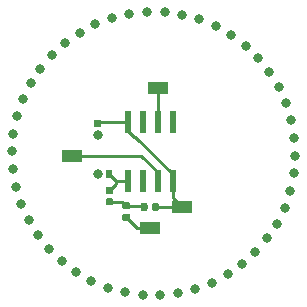
<source format=gtl>
G04 #@! TF.GenerationSoftware,KiCad,Pcbnew,(5.1.2)-2*
G04 #@! TF.CreationDate,2019-08-09T03:14:28-07:00*
G04 #@! TF.ProjectId,noncontact_electrode,6e6f6e63-6f6e-4746-9163-745f656c6563,rev?*
G04 #@! TF.SameCoordinates,Original*
G04 #@! TF.FileFunction,Copper,L1,Top*
G04 #@! TF.FilePolarity,Positive*
%FSLAX46Y46*%
G04 Gerber Fmt 4.6, Leading zero omitted, Abs format (unit mm)*
G04 Created by KiCad (PCBNEW (5.1.2)-2) date 2019-08-09 03:14:28*
%MOMM*%
%LPD*%
G04 APERTURE LIST*
%ADD10C,0.100000*%
%ADD11C,0.590000*%
%ADD12R,0.558800X1.981200*%
%ADD13R,1.800000X1.000000*%
%ADD14C,0.800000*%
%ADD15C,0.250000*%
G04 APERTURE END LIST*
D10*
G36*
X100318958Y-104201710D02*
G01*
X100333276Y-104203834D01*
X100347317Y-104207351D01*
X100360946Y-104212228D01*
X100374031Y-104218417D01*
X100386447Y-104225858D01*
X100398073Y-104234481D01*
X100408798Y-104244202D01*
X100418519Y-104254927D01*
X100427142Y-104266553D01*
X100434583Y-104278969D01*
X100440772Y-104292054D01*
X100445649Y-104305683D01*
X100449166Y-104319724D01*
X100451290Y-104334042D01*
X100452000Y-104348500D01*
X100452000Y-104693500D01*
X100451290Y-104707958D01*
X100449166Y-104722276D01*
X100445649Y-104736317D01*
X100440772Y-104749946D01*
X100434583Y-104763031D01*
X100427142Y-104775447D01*
X100418519Y-104787073D01*
X100408798Y-104797798D01*
X100398073Y-104807519D01*
X100386447Y-104816142D01*
X100374031Y-104823583D01*
X100360946Y-104829772D01*
X100347317Y-104834649D01*
X100333276Y-104838166D01*
X100318958Y-104840290D01*
X100304500Y-104841000D01*
X100009500Y-104841000D01*
X99995042Y-104840290D01*
X99980724Y-104838166D01*
X99966683Y-104834649D01*
X99953054Y-104829772D01*
X99939969Y-104823583D01*
X99927553Y-104816142D01*
X99915927Y-104807519D01*
X99905202Y-104797798D01*
X99895481Y-104787073D01*
X99886858Y-104775447D01*
X99879417Y-104763031D01*
X99873228Y-104749946D01*
X99868351Y-104736317D01*
X99864834Y-104722276D01*
X99862710Y-104707958D01*
X99862000Y-104693500D01*
X99862000Y-104348500D01*
X99862710Y-104334042D01*
X99864834Y-104319724D01*
X99868351Y-104305683D01*
X99873228Y-104292054D01*
X99879417Y-104278969D01*
X99886858Y-104266553D01*
X99895481Y-104254927D01*
X99905202Y-104244202D01*
X99915927Y-104234481D01*
X99927553Y-104225858D01*
X99939969Y-104218417D01*
X99953054Y-104212228D01*
X99966683Y-104207351D01*
X99980724Y-104203834D01*
X99995042Y-104201710D01*
X100009500Y-104201000D01*
X100304500Y-104201000D01*
X100318958Y-104201710D01*
X100318958Y-104201710D01*
G37*
D11*
X100157000Y-104521000D03*
D10*
G36*
X99348958Y-104201710D02*
G01*
X99363276Y-104203834D01*
X99377317Y-104207351D01*
X99390946Y-104212228D01*
X99404031Y-104218417D01*
X99416447Y-104225858D01*
X99428073Y-104234481D01*
X99438798Y-104244202D01*
X99448519Y-104254927D01*
X99457142Y-104266553D01*
X99464583Y-104278969D01*
X99470772Y-104292054D01*
X99475649Y-104305683D01*
X99479166Y-104319724D01*
X99481290Y-104334042D01*
X99482000Y-104348500D01*
X99482000Y-104693500D01*
X99481290Y-104707958D01*
X99479166Y-104722276D01*
X99475649Y-104736317D01*
X99470772Y-104749946D01*
X99464583Y-104763031D01*
X99457142Y-104775447D01*
X99448519Y-104787073D01*
X99438798Y-104797798D01*
X99428073Y-104807519D01*
X99416447Y-104816142D01*
X99404031Y-104823583D01*
X99390946Y-104829772D01*
X99377317Y-104834649D01*
X99363276Y-104838166D01*
X99348958Y-104840290D01*
X99334500Y-104841000D01*
X99039500Y-104841000D01*
X99025042Y-104840290D01*
X99010724Y-104838166D01*
X98996683Y-104834649D01*
X98983054Y-104829772D01*
X98969969Y-104823583D01*
X98957553Y-104816142D01*
X98945927Y-104807519D01*
X98935202Y-104797798D01*
X98925481Y-104787073D01*
X98916858Y-104775447D01*
X98909417Y-104763031D01*
X98903228Y-104749946D01*
X98898351Y-104736317D01*
X98894834Y-104722276D01*
X98892710Y-104707958D01*
X98892000Y-104693500D01*
X98892000Y-104348500D01*
X98892710Y-104334042D01*
X98894834Y-104319724D01*
X98898351Y-104305683D01*
X98903228Y-104292054D01*
X98909417Y-104278969D01*
X98916858Y-104266553D01*
X98925481Y-104254927D01*
X98935202Y-104244202D01*
X98945927Y-104234481D01*
X98957553Y-104225858D01*
X98969969Y-104218417D01*
X98983054Y-104212228D01*
X98996683Y-104207351D01*
X99010724Y-104203834D01*
X99025042Y-104201710D01*
X99039500Y-104201000D01*
X99334500Y-104201000D01*
X99348958Y-104201710D01*
X99348958Y-104201710D01*
G37*
D11*
X99187000Y-104521000D03*
D12*
X97790000Y-97358200D03*
X99060000Y-97358200D03*
X100330000Y-97358200D03*
X101600000Y-97358200D03*
X101600000Y-102285800D03*
X100330000Y-102285800D03*
X99060000Y-102285800D03*
X97790000Y-102285800D03*
D13*
X93091000Y-100203000D03*
X100330000Y-94488000D03*
D10*
G36*
X97849958Y-105092710D02*
G01*
X97864276Y-105094834D01*
X97878317Y-105098351D01*
X97891946Y-105103228D01*
X97905031Y-105109417D01*
X97917447Y-105116858D01*
X97929073Y-105125481D01*
X97939798Y-105135202D01*
X97949519Y-105145927D01*
X97958142Y-105157553D01*
X97965583Y-105169969D01*
X97971772Y-105183054D01*
X97976649Y-105196683D01*
X97980166Y-105210724D01*
X97982290Y-105225042D01*
X97983000Y-105239500D01*
X97983000Y-105534500D01*
X97982290Y-105548958D01*
X97980166Y-105563276D01*
X97976649Y-105577317D01*
X97971772Y-105590946D01*
X97965583Y-105604031D01*
X97958142Y-105616447D01*
X97949519Y-105628073D01*
X97939798Y-105638798D01*
X97929073Y-105648519D01*
X97917447Y-105657142D01*
X97905031Y-105664583D01*
X97891946Y-105670772D01*
X97878317Y-105675649D01*
X97864276Y-105679166D01*
X97849958Y-105681290D01*
X97835500Y-105682000D01*
X97490500Y-105682000D01*
X97476042Y-105681290D01*
X97461724Y-105679166D01*
X97447683Y-105675649D01*
X97434054Y-105670772D01*
X97420969Y-105664583D01*
X97408553Y-105657142D01*
X97396927Y-105648519D01*
X97386202Y-105638798D01*
X97376481Y-105628073D01*
X97367858Y-105616447D01*
X97360417Y-105604031D01*
X97354228Y-105590946D01*
X97349351Y-105577317D01*
X97345834Y-105563276D01*
X97343710Y-105548958D01*
X97343000Y-105534500D01*
X97343000Y-105239500D01*
X97343710Y-105225042D01*
X97345834Y-105210724D01*
X97349351Y-105196683D01*
X97354228Y-105183054D01*
X97360417Y-105169969D01*
X97367858Y-105157553D01*
X97376481Y-105145927D01*
X97386202Y-105135202D01*
X97396927Y-105125481D01*
X97408553Y-105116858D01*
X97420969Y-105109417D01*
X97434054Y-105103228D01*
X97447683Y-105098351D01*
X97461724Y-105094834D01*
X97476042Y-105092710D01*
X97490500Y-105092000D01*
X97835500Y-105092000D01*
X97849958Y-105092710D01*
X97849958Y-105092710D01*
G37*
D11*
X97663000Y-105387000D03*
D10*
G36*
X97849958Y-104122710D02*
G01*
X97864276Y-104124834D01*
X97878317Y-104128351D01*
X97891946Y-104133228D01*
X97905031Y-104139417D01*
X97917447Y-104146858D01*
X97929073Y-104155481D01*
X97939798Y-104165202D01*
X97949519Y-104175927D01*
X97958142Y-104187553D01*
X97965583Y-104199969D01*
X97971772Y-104213054D01*
X97976649Y-104226683D01*
X97980166Y-104240724D01*
X97982290Y-104255042D01*
X97983000Y-104269500D01*
X97983000Y-104564500D01*
X97982290Y-104578958D01*
X97980166Y-104593276D01*
X97976649Y-104607317D01*
X97971772Y-104620946D01*
X97965583Y-104634031D01*
X97958142Y-104646447D01*
X97949519Y-104658073D01*
X97939798Y-104668798D01*
X97929073Y-104678519D01*
X97917447Y-104687142D01*
X97905031Y-104694583D01*
X97891946Y-104700772D01*
X97878317Y-104705649D01*
X97864276Y-104709166D01*
X97849958Y-104711290D01*
X97835500Y-104712000D01*
X97490500Y-104712000D01*
X97476042Y-104711290D01*
X97461724Y-104709166D01*
X97447683Y-104705649D01*
X97434054Y-104700772D01*
X97420969Y-104694583D01*
X97408553Y-104687142D01*
X97396927Y-104678519D01*
X97386202Y-104668798D01*
X97376481Y-104658073D01*
X97367858Y-104646447D01*
X97360417Y-104634031D01*
X97354228Y-104620946D01*
X97349351Y-104607317D01*
X97345834Y-104593276D01*
X97343710Y-104578958D01*
X97343000Y-104564500D01*
X97343000Y-104269500D01*
X97343710Y-104255042D01*
X97345834Y-104240724D01*
X97349351Y-104226683D01*
X97354228Y-104213054D01*
X97360417Y-104199969D01*
X97367858Y-104187553D01*
X97376481Y-104175927D01*
X97386202Y-104165202D01*
X97396927Y-104155481D01*
X97408553Y-104146858D01*
X97420969Y-104139417D01*
X97434054Y-104133228D01*
X97447683Y-104128351D01*
X97461724Y-104124834D01*
X97476042Y-104122710D01*
X97490500Y-104122000D01*
X97835500Y-104122000D01*
X97849958Y-104122710D01*
X97849958Y-104122710D01*
G37*
D11*
X97663000Y-104417000D03*
D10*
G36*
X96452958Y-103799710D02*
G01*
X96467276Y-103801834D01*
X96481317Y-103805351D01*
X96494946Y-103810228D01*
X96508031Y-103816417D01*
X96520447Y-103823858D01*
X96532073Y-103832481D01*
X96542798Y-103842202D01*
X96552519Y-103852927D01*
X96561142Y-103864553D01*
X96568583Y-103876969D01*
X96574772Y-103890054D01*
X96579649Y-103903683D01*
X96583166Y-103917724D01*
X96585290Y-103932042D01*
X96586000Y-103946500D01*
X96586000Y-104241500D01*
X96585290Y-104255958D01*
X96583166Y-104270276D01*
X96579649Y-104284317D01*
X96574772Y-104297946D01*
X96568583Y-104311031D01*
X96561142Y-104323447D01*
X96552519Y-104335073D01*
X96542798Y-104345798D01*
X96532073Y-104355519D01*
X96520447Y-104364142D01*
X96508031Y-104371583D01*
X96494946Y-104377772D01*
X96481317Y-104382649D01*
X96467276Y-104386166D01*
X96452958Y-104388290D01*
X96438500Y-104389000D01*
X96093500Y-104389000D01*
X96079042Y-104388290D01*
X96064724Y-104386166D01*
X96050683Y-104382649D01*
X96037054Y-104377772D01*
X96023969Y-104371583D01*
X96011553Y-104364142D01*
X95999927Y-104355519D01*
X95989202Y-104345798D01*
X95979481Y-104335073D01*
X95970858Y-104323447D01*
X95963417Y-104311031D01*
X95957228Y-104297946D01*
X95952351Y-104284317D01*
X95948834Y-104270276D01*
X95946710Y-104255958D01*
X95946000Y-104241500D01*
X95946000Y-103946500D01*
X95946710Y-103932042D01*
X95948834Y-103917724D01*
X95952351Y-103903683D01*
X95957228Y-103890054D01*
X95963417Y-103876969D01*
X95970858Y-103864553D01*
X95979481Y-103852927D01*
X95989202Y-103842202D01*
X95999927Y-103832481D01*
X96011553Y-103823858D01*
X96023969Y-103816417D01*
X96037054Y-103810228D01*
X96050683Y-103805351D01*
X96064724Y-103801834D01*
X96079042Y-103799710D01*
X96093500Y-103799000D01*
X96438500Y-103799000D01*
X96452958Y-103799710D01*
X96452958Y-103799710D01*
G37*
D11*
X96266000Y-104094000D03*
D10*
G36*
X96452958Y-102829710D02*
G01*
X96467276Y-102831834D01*
X96481317Y-102835351D01*
X96494946Y-102840228D01*
X96508031Y-102846417D01*
X96520447Y-102853858D01*
X96532073Y-102862481D01*
X96542798Y-102872202D01*
X96552519Y-102882927D01*
X96561142Y-102894553D01*
X96568583Y-102906969D01*
X96574772Y-102920054D01*
X96579649Y-102933683D01*
X96583166Y-102947724D01*
X96585290Y-102962042D01*
X96586000Y-102976500D01*
X96586000Y-103271500D01*
X96585290Y-103285958D01*
X96583166Y-103300276D01*
X96579649Y-103314317D01*
X96574772Y-103327946D01*
X96568583Y-103341031D01*
X96561142Y-103353447D01*
X96552519Y-103365073D01*
X96542798Y-103375798D01*
X96532073Y-103385519D01*
X96520447Y-103394142D01*
X96508031Y-103401583D01*
X96494946Y-103407772D01*
X96481317Y-103412649D01*
X96467276Y-103416166D01*
X96452958Y-103418290D01*
X96438500Y-103419000D01*
X96093500Y-103419000D01*
X96079042Y-103418290D01*
X96064724Y-103416166D01*
X96050683Y-103412649D01*
X96037054Y-103407772D01*
X96023969Y-103401583D01*
X96011553Y-103394142D01*
X95999927Y-103385519D01*
X95989202Y-103375798D01*
X95979481Y-103365073D01*
X95970858Y-103353447D01*
X95963417Y-103341031D01*
X95957228Y-103327946D01*
X95952351Y-103314317D01*
X95948834Y-103300276D01*
X95946710Y-103285958D01*
X95946000Y-103271500D01*
X95946000Y-102976500D01*
X95946710Y-102962042D01*
X95948834Y-102947724D01*
X95952351Y-102933683D01*
X95957228Y-102920054D01*
X95963417Y-102906969D01*
X95970858Y-102894553D01*
X95979481Y-102882927D01*
X95989202Y-102872202D01*
X95999927Y-102862481D01*
X96011553Y-102853858D01*
X96023969Y-102846417D01*
X96037054Y-102840228D01*
X96050683Y-102835351D01*
X96064724Y-102831834D01*
X96079042Y-102829710D01*
X96093500Y-102829000D01*
X96438500Y-102829000D01*
X96452958Y-102829710D01*
X96452958Y-102829710D01*
G37*
D11*
X96266000Y-103124000D03*
D10*
G36*
X95436958Y-98130710D02*
G01*
X95451276Y-98132834D01*
X95465317Y-98136351D01*
X95478946Y-98141228D01*
X95492031Y-98147417D01*
X95504447Y-98154858D01*
X95516073Y-98163481D01*
X95526798Y-98173202D01*
X95536519Y-98183927D01*
X95545142Y-98195553D01*
X95552583Y-98207969D01*
X95558772Y-98221054D01*
X95563649Y-98234683D01*
X95567166Y-98248724D01*
X95569290Y-98263042D01*
X95570000Y-98277500D01*
X95570000Y-98572500D01*
X95569290Y-98586958D01*
X95567166Y-98601276D01*
X95563649Y-98615317D01*
X95558772Y-98628946D01*
X95552583Y-98642031D01*
X95545142Y-98654447D01*
X95536519Y-98666073D01*
X95526798Y-98676798D01*
X95516073Y-98686519D01*
X95504447Y-98695142D01*
X95492031Y-98702583D01*
X95478946Y-98708772D01*
X95465317Y-98713649D01*
X95451276Y-98717166D01*
X95436958Y-98719290D01*
X95422500Y-98720000D01*
X95077500Y-98720000D01*
X95063042Y-98719290D01*
X95048724Y-98717166D01*
X95034683Y-98713649D01*
X95021054Y-98708772D01*
X95007969Y-98702583D01*
X94995553Y-98695142D01*
X94983927Y-98686519D01*
X94973202Y-98676798D01*
X94963481Y-98666073D01*
X94954858Y-98654447D01*
X94947417Y-98642031D01*
X94941228Y-98628946D01*
X94936351Y-98615317D01*
X94932834Y-98601276D01*
X94930710Y-98586958D01*
X94930000Y-98572500D01*
X94930000Y-98277500D01*
X94930710Y-98263042D01*
X94932834Y-98248724D01*
X94936351Y-98234683D01*
X94941228Y-98221054D01*
X94947417Y-98207969D01*
X94954858Y-98195553D01*
X94963481Y-98183927D01*
X94973202Y-98173202D01*
X94983927Y-98163481D01*
X94995553Y-98154858D01*
X95007969Y-98147417D01*
X95021054Y-98141228D01*
X95034683Y-98136351D01*
X95048724Y-98132834D01*
X95063042Y-98130710D01*
X95077500Y-98130000D01*
X95422500Y-98130000D01*
X95436958Y-98130710D01*
X95436958Y-98130710D01*
G37*
D11*
X95250000Y-98425000D03*
D10*
G36*
X95436958Y-97160710D02*
G01*
X95451276Y-97162834D01*
X95465317Y-97166351D01*
X95478946Y-97171228D01*
X95492031Y-97177417D01*
X95504447Y-97184858D01*
X95516073Y-97193481D01*
X95526798Y-97203202D01*
X95536519Y-97213927D01*
X95545142Y-97225553D01*
X95552583Y-97237969D01*
X95558772Y-97251054D01*
X95563649Y-97264683D01*
X95567166Y-97278724D01*
X95569290Y-97293042D01*
X95570000Y-97307500D01*
X95570000Y-97602500D01*
X95569290Y-97616958D01*
X95567166Y-97631276D01*
X95563649Y-97645317D01*
X95558772Y-97658946D01*
X95552583Y-97672031D01*
X95545142Y-97684447D01*
X95536519Y-97696073D01*
X95526798Y-97706798D01*
X95516073Y-97716519D01*
X95504447Y-97725142D01*
X95492031Y-97732583D01*
X95478946Y-97738772D01*
X95465317Y-97743649D01*
X95451276Y-97747166D01*
X95436958Y-97749290D01*
X95422500Y-97750000D01*
X95077500Y-97750000D01*
X95063042Y-97749290D01*
X95048724Y-97747166D01*
X95034683Y-97743649D01*
X95021054Y-97738772D01*
X95007969Y-97732583D01*
X94995553Y-97725142D01*
X94983927Y-97716519D01*
X94973202Y-97706798D01*
X94963481Y-97696073D01*
X94954858Y-97684447D01*
X94947417Y-97672031D01*
X94941228Y-97658946D01*
X94936351Y-97645317D01*
X94932834Y-97631276D01*
X94930710Y-97616958D01*
X94930000Y-97602500D01*
X94930000Y-97307500D01*
X94930710Y-97293042D01*
X94932834Y-97278724D01*
X94936351Y-97264683D01*
X94941228Y-97251054D01*
X94947417Y-97237969D01*
X94954858Y-97225553D01*
X94963481Y-97213927D01*
X94973202Y-97203202D01*
X94983927Y-97193481D01*
X94995553Y-97184858D01*
X95007969Y-97177417D01*
X95021054Y-97171228D01*
X95034683Y-97166351D01*
X95048724Y-97162834D01*
X95063042Y-97160710D01*
X95077500Y-97160000D01*
X95422500Y-97160000D01*
X95436958Y-97160710D01*
X95436958Y-97160710D01*
G37*
D11*
X95250000Y-97455000D03*
D13*
X102362000Y-104521000D03*
X99695000Y-106299000D03*
D10*
G36*
X95411958Y-101407710D02*
G01*
X95426276Y-101409834D01*
X95440317Y-101413351D01*
X95453946Y-101418228D01*
X95467031Y-101424417D01*
X95479447Y-101431858D01*
X95491073Y-101440481D01*
X95501798Y-101450202D01*
X95511519Y-101460927D01*
X95520142Y-101472553D01*
X95527583Y-101484969D01*
X95533772Y-101498054D01*
X95538649Y-101511683D01*
X95542166Y-101525724D01*
X95544290Y-101540042D01*
X95545000Y-101554500D01*
X95545000Y-101899500D01*
X95544290Y-101913958D01*
X95542166Y-101928276D01*
X95538649Y-101942317D01*
X95533772Y-101955946D01*
X95527583Y-101969031D01*
X95520142Y-101981447D01*
X95511519Y-101993073D01*
X95501798Y-102003798D01*
X95491073Y-102013519D01*
X95479447Y-102022142D01*
X95467031Y-102029583D01*
X95453946Y-102035772D01*
X95440317Y-102040649D01*
X95426276Y-102044166D01*
X95411958Y-102046290D01*
X95397500Y-102047000D01*
X95102500Y-102047000D01*
X95088042Y-102046290D01*
X95073724Y-102044166D01*
X95059683Y-102040649D01*
X95046054Y-102035772D01*
X95032969Y-102029583D01*
X95020553Y-102022142D01*
X95008927Y-102013519D01*
X94998202Y-102003798D01*
X94988481Y-101993073D01*
X94979858Y-101981447D01*
X94972417Y-101969031D01*
X94966228Y-101955946D01*
X94961351Y-101942317D01*
X94957834Y-101928276D01*
X94955710Y-101913958D01*
X94955000Y-101899500D01*
X94955000Y-101554500D01*
X94955710Y-101540042D01*
X94957834Y-101525724D01*
X94961351Y-101511683D01*
X94966228Y-101498054D01*
X94972417Y-101484969D01*
X94979858Y-101472553D01*
X94988481Y-101460927D01*
X94998202Y-101450202D01*
X95008927Y-101440481D01*
X95020553Y-101431858D01*
X95032969Y-101424417D01*
X95046054Y-101418228D01*
X95059683Y-101413351D01*
X95073724Y-101409834D01*
X95088042Y-101407710D01*
X95102500Y-101407000D01*
X95397500Y-101407000D01*
X95411958Y-101407710D01*
X95411958Y-101407710D01*
G37*
D11*
X95250000Y-101727000D03*
D10*
G36*
X96381958Y-101407710D02*
G01*
X96396276Y-101409834D01*
X96410317Y-101413351D01*
X96423946Y-101418228D01*
X96437031Y-101424417D01*
X96449447Y-101431858D01*
X96461073Y-101440481D01*
X96471798Y-101450202D01*
X96481519Y-101460927D01*
X96490142Y-101472553D01*
X96497583Y-101484969D01*
X96503772Y-101498054D01*
X96508649Y-101511683D01*
X96512166Y-101525724D01*
X96514290Y-101540042D01*
X96515000Y-101554500D01*
X96515000Y-101899500D01*
X96514290Y-101913958D01*
X96512166Y-101928276D01*
X96508649Y-101942317D01*
X96503772Y-101955946D01*
X96497583Y-101969031D01*
X96490142Y-101981447D01*
X96481519Y-101993073D01*
X96471798Y-102003798D01*
X96461073Y-102013519D01*
X96449447Y-102022142D01*
X96437031Y-102029583D01*
X96423946Y-102035772D01*
X96410317Y-102040649D01*
X96396276Y-102044166D01*
X96381958Y-102046290D01*
X96367500Y-102047000D01*
X96072500Y-102047000D01*
X96058042Y-102046290D01*
X96043724Y-102044166D01*
X96029683Y-102040649D01*
X96016054Y-102035772D01*
X96002969Y-102029583D01*
X95990553Y-102022142D01*
X95978927Y-102013519D01*
X95968202Y-102003798D01*
X95958481Y-101993073D01*
X95949858Y-101981447D01*
X95942417Y-101969031D01*
X95936228Y-101955946D01*
X95931351Y-101942317D01*
X95927834Y-101928276D01*
X95925710Y-101913958D01*
X95925000Y-101899500D01*
X95925000Y-101554500D01*
X95925710Y-101540042D01*
X95927834Y-101525724D01*
X95931351Y-101511683D01*
X95936228Y-101498054D01*
X95942417Y-101484969D01*
X95949858Y-101472553D01*
X95958481Y-101460927D01*
X95968202Y-101450202D01*
X95978927Y-101440481D01*
X95990553Y-101431858D01*
X96002969Y-101424417D01*
X96016054Y-101418228D01*
X96029683Y-101413351D01*
X96043724Y-101409834D01*
X96058042Y-101407710D01*
X96072500Y-101407000D01*
X96367500Y-101407000D01*
X96381958Y-101407710D01*
X96381958Y-101407710D01*
G37*
D11*
X96220000Y-101727000D03*
D14*
X95250000Y-98425000D03*
X88011000Y-99822000D03*
X88083228Y-101326024D03*
X88343390Y-102809135D03*
X88787384Y-104247945D03*
X89408207Y-105619762D03*
X90196069Y-106902952D03*
X91138546Y-108077279D03*
X92220772Y-109124222D03*
X93425682Y-110027270D03*
X94734273Y-110772183D03*
X96125907Y-111347212D03*
X97578638Y-111743288D03*
X99069556Y-111954166D03*
X100575147Y-111976519D03*
X102071667Y-111809996D03*
X103535517Y-111457222D03*
X104943609Y-110923760D03*
X106273737Y-110218025D03*
X107504925Y-109351145D03*
X108617755Y-108336792D03*
X109594679Y-107190962D03*
X110420289Y-105931727D03*
X111081564Y-104578945D03*
X111568077Y-103153951D03*
X111872154Y-101679217D03*
X111989000Y-100178000D03*
X111916772Y-98673976D03*
X111656610Y-97190865D03*
X111212616Y-95752055D03*
X110591793Y-94380238D03*
X109803931Y-93097048D03*
X108861454Y-91922721D03*
X107779228Y-90875778D03*
X106574318Y-89972730D03*
X105265727Y-89227817D03*
X103874093Y-88652788D03*
X102421362Y-88256712D03*
X100930444Y-88045834D03*
X99424853Y-88023481D03*
X97928333Y-88190004D03*
X96464483Y-88542778D03*
X95056391Y-89076240D03*
X93726263Y-89781975D03*
X92495075Y-90648855D03*
X91382245Y-91663208D03*
X90405321Y-92809038D03*
X89579711Y-94068273D03*
X88918436Y-95421055D03*
X88431923Y-96846049D03*
X88127846Y-98320783D03*
X95250000Y-101727000D03*
D15*
X96778800Y-102285800D02*
X96220000Y-101727000D01*
X97790000Y-102285800D02*
X96778800Y-102285800D01*
X96778800Y-102611200D02*
X96266000Y-103124000D01*
X96778800Y-102285800D02*
X96778800Y-102611200D01*
X100330000Y-96117600D02*
X100330000Y-94488000D01*
X100330000Y-97358200D02*
X100330000Y-96117600D01*
X100330000Y-101574600D02*
X100330000Y-102285800D01*
X98958400Y-100203000D02*
X100330000Y-101574600D01*
X93091000Y-100203000D02*
X98958400Y-100203000D01*
X100157000Y-104521000D02*
X102362000Y-104521000D01*
X101600000Y-103759000D02*
X102362000Y-104521000D01*
X101600000Y-102285800D02*
X101600000Y-103759000D01*
X95346800Y-97358200D02*
X95250000Y-97455000D01*
X97790000Y-97358200D02*
X95346800Y-97358200D01*
X97790000Y-98069400D02*
X97790000Y-97358200D01*
X98319400Y-98598800D02*
X97790000Y-98069400D01*
X98445598Y-98598800D02*
X98319400Y-98598800D01*
X101600000Y-101753202D02*
X98445598Y-98598800D01*
X101600000Y-102285800D02*
X101600000Y-101753202D01*
X97340000Y-104094000D02*
X97663000Y-104417000D01*
X96266000Y-104094000D02*
X97340000Y-104094000D01*
X99083000Y-104417000D02*
X99187000Y-104521000D01*
X97663000Y-104417000D02*
X99083000Y-104417000D01*
X97663000Y-105387000D02*
X98575000Y-106299000D01*
X98575000Y-106299000D02*
X99695000Y-106299000D01*
M02*

</source>
